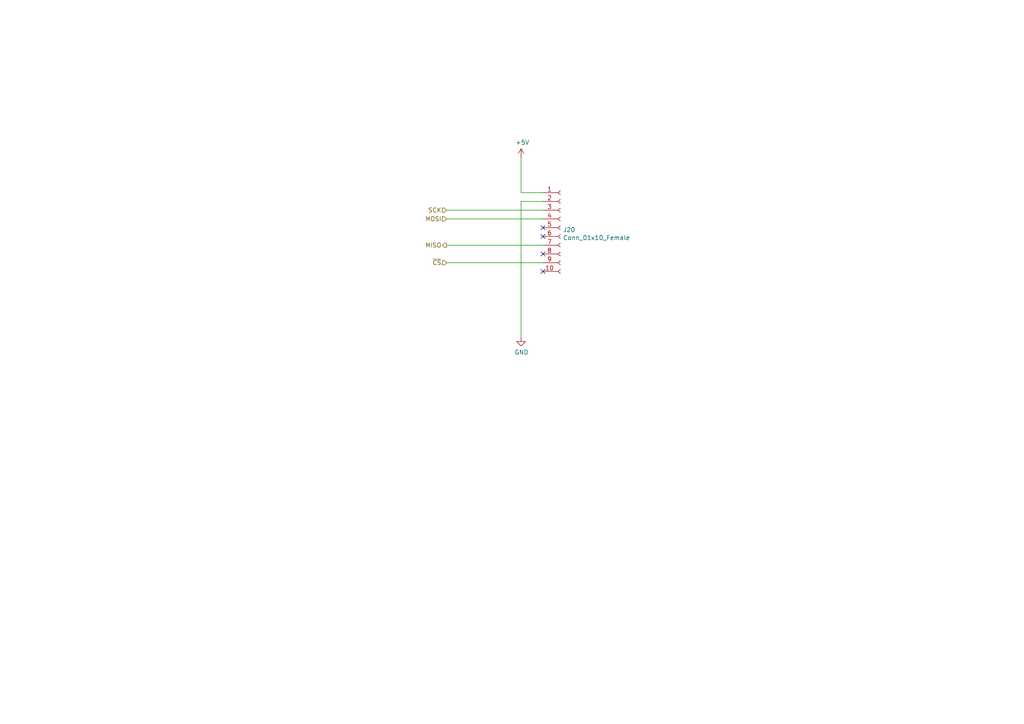
<source format=kicad_sch>
(kicad_sch (version 20211123) (generator eeschema)
  (paper "A4")
  (lib_symbols
    (symbol "Connector:Conn_01x10_Female" (pin_names (offset 1.016) hide)
      (property "Reference" "J" (at 0 12.7 0))
      (property "Value" "Conn_01x10_Female" (at 0 -15.24 0))
      (symbol "Conn_01x10_Female_1_1"
        (arc (start 0 -12.192) (mid -0.508 -12.7) (end 0 -13.208) (stroke (width 0.1524)))
        (arc (start 0 -9.652) (mid -0.508 -10.16) (end 0 -10.668) (stroke (width 0.1524)))
        (arc (start 0 -7.112) (mid -0.508 -7.62) (end 0 -8.128) (stroke (width 0.1524)))
        (arc (start 0 -4.572) (mid -0.508 -5.08) (end 0 -5.588) (stroke (width 0.1524)))
        (arc (start 0 -2.032) (mid -0.508 -2.54) (end 0 -3.048) (stroke (width 0.1524)))
        (polyline (pts (xy -1.27 -12.7) (xy -0.508 -12.7)) (stroke (width 0.1524)))
        (polyline (pts (xy -1.27 -10.16) (xy -0.508 -10.16)) (stroke (width 0.1524)))
        (polyline (pts (xy -1.27 -7.62) (xy -0.508 -7.62)) (stroke (width 0.1524)))
        (polyline (pts (xy -1.27 -5.08) (xy -0.508 -5.08)) (stroke (width 0.1524)))
        (polyline (pts (xy -1.27 -2.54) (xy -0.508 -2.54)) (stroke (width 0.1524)))
        (polyline (pts (xy -1.27 0) (xy -0.508 0)) (stroke (width 0.1524)))
        (polyline (pts (xy -1.27 2.54) (xy -0.508 2.54)) (stroke (width 0.1524)))
        (polyline (pts (xy -1.27 5.08) (xy -0.508 5.08)) (stroke (width 0.1524)))
        (polyline (pts (xy -1.27 7.62) (xy -0.508 7.62)) (stroke (width 0.1524)))
        (polyline (pts (xy -1.27 10.16) (xy -0.508 10.16)) (stroke (width 0.1524)))
        (arc (start 0 0.508) (mid -0.508 0) (end 0 -0.508) (stroke (width 0.1524)))
        (arc (start 0 3.048) (mid -0.508 2.54) (end 0 2.032) (stroke (width 0.1524)))
        (arc (start 0 5.588) (mid -0.508 5.08) (end 0 4.572) (stroke (width 0.1524)))
        (arc (start 0 8.128) (mid -0.508 7.62) (end 0 7.112) (stroke (width 0.1524)))
        (arc (start 0 10.668) (mid -0.508 10.16) (end 0 9.652) (stroke (width 0.1524)))
        (pin passive line (at -5.08 10.16 0) (length 3.81) (name "Pin_1") (number "1"))
        (pin passive line (at -5.08 -12.7 0) (length 3.81) (name "Pin_10") (number "10"))
        (pin passive line (at -5.08 7.62 0) (length 3.81) (name "Pin_2") (number "2"))
        (pin passive line (at -5.08 5.08 0) (length 3.81) (name "Pin_3") (number "3"))
        (pin passive line (at -5.08 2.54 0) (length 3.81) (name "Pin_4") (number "4"))
        (pin passive line (at -5.08 0 0) (length 3.81) (name "Pin_5") (number "5"))
        (pin passive line (at -5.08 -2.54 0) (length 3.81) (name "Pin_6") (number "6"))
        (pin passive line (at -5.08 -5.08 0) (length 3.81) (name "Pin_7") (number "7"))
        (pin passive line (at -5.08 -7.62 0) (length 3.81) (name "Pin_8") (number "8"))
        (pin passive line (at -5.08 -10.16 0) (length 3.81) (name "Pin_9") (number "9"))
      )
    )
    (symbol "power:+5V" (power) (pin_names (offset 0))
      (property "Value" "+5V" (at 0 3.556 0))
      (symbol "+5V_0_1"
        (polyline (pts (xy -0.762 1.27) (xy 0 2.54)))
        (polyline (pts (xy 0 0) (xy 0 2.54)))
        (polyline (pts (xy 0 2.54) (xy 0.762 1.27)))
      )
      (symbol "+5V_1_1"
        (pin power_in line (at 0 0 90) (length 0) hide (name "+5V") (number "1"))
      )
    )
    (symbol "power:GND" (power) (pin_names (offset 0))
      (property "Value" "GND" (at 0 -3.81 0))
      (symbol "GND_0_1"
        (polyline (pts (xy 0 0) (xy 0 -1.27) (xy 1.27 -1.27) (xy 0 -2.54) (xy -1.27 -1.27) (xy 0 -1.27)))
      )
      (symbol "GND_1_1"
        (pin power_in line (at 0 0 270) (length 0) hide (name "GND") (number "1"))
      )
    )
  )
  (no_connect (at 157.48 78.74))
  (no_connect (at 157.48 66.04))
  (no_connect (at 157.48 68.58))
  (no_connect (at 157.48 73.66))
  (wire (pts (xy 129.54 71.12) (xy 157.48 71.12)))
  (wire (pts (xy 129.54 63.5) (xy 157.48 63.5)))
  (wire (pts (xy 151.13 55.88) (xy 151.13 45.72)))
  (wire (pts (xy 157.48 55.88) (xy 151.13 55.88)))
  (wire (pts (xy 157.48 58.42) (xy 151.13 58.42)))
  (wire (pts (xy 129.54 76.2) (xy 157.48 76.2)))
  (wire (pts (xy 129.54 60.96) (xy 157.48 60.96)))
  (wire (pts (xy 151.13 58.42) (xy 151.13 97.79)))
  (hierarchical_label "~{CS}" (shape input) (at 129.54 76.2 180))
  (hierarchical_label "MISO" (shape output) (at 129.54 71.12 180))
  (hierarchical_label "SCK" (shape input) (at 129.54 60.96 180))
  (hierarchical_label "MOSI" (shape input) (at 129.54 63.5 180))
  (symbol (lib_id "Connector:Conn_01x10_Female") (at 162.56 66.04 0) (unit 1)
    (property "Reference" "J20" (at 163.2712 66.6496 0) (effects (justify left)))
    (property "Value" "Conn_01x10_Female" (at 163.2712 68.961 0) (effects (justify left)))
    (property "Footprint" "Connector_PinHeader_2.54mm:PinHeader_1x10_P2.54mm_Vertical" (effects hide))
    (property "LCSC" "C2894933" (effects hide))
    (property "Part Number" "PZ254-1-10-Z-8.5" (effects hide))
    (property "Stock_PN" "J-TH-1x10-.1" (effects hide))
  )
  (symbol (lib_id "power:GND") (at 151.13 97.79 0) (unit 1)
    (property "Reference" "#PWR0136" (effects hide))
    (property "Value" "GND" (at 151.257 102.1842 0))
  )
  (symbol (lib_id "power:+5V") (at 151.13 45.72 0) (unit 1)
    (property "Reference" "#PWR0139" (effects hide))
    (property "Value" "+5V" (at 151.511 41.3258 0))
  )
)
</source>
